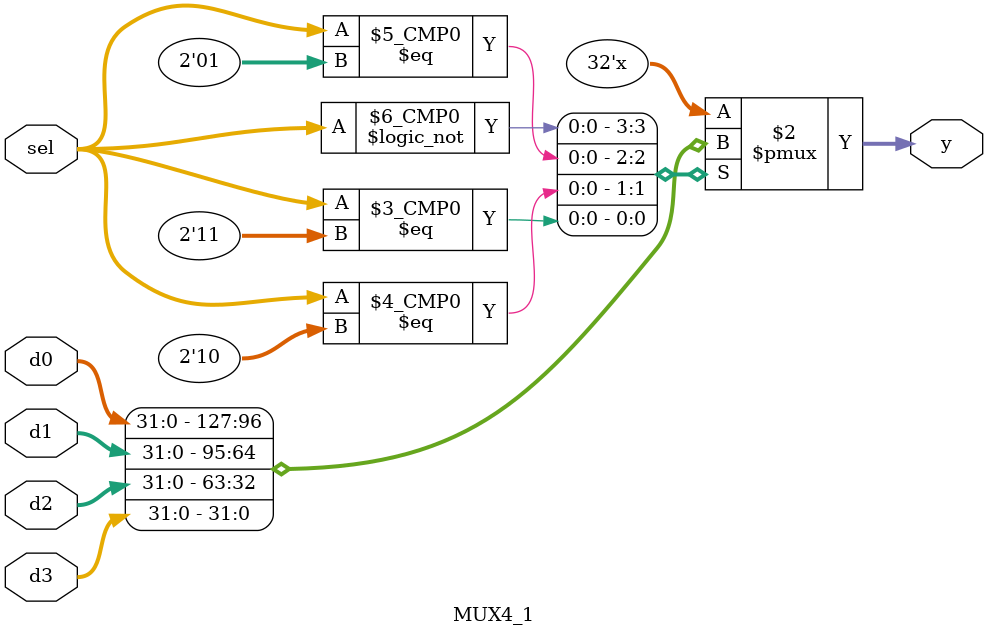
<source format=v>
`timescale 1ns / 1ps
module MUX4_1 (
    input [31:0] d0,d1,d2,d3,  // 32-bit inputs
    input [1:0] sel,         // 2-bit selector
    output reg [31:0] y      // 32-bit output
);

always @(*) begin
    case(sel) 
        2'b00: y = d0;
        2'b01: y = d1;
        2'b10: y = d2;
        2'b11: y = d3;
    endcase
end

endmodule

</source>
